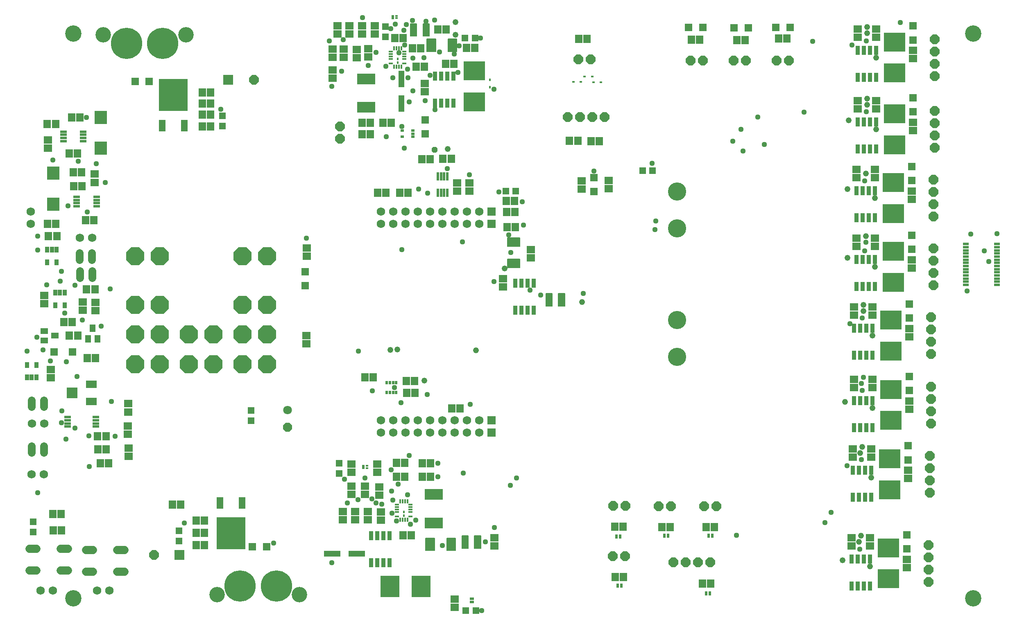
<source format=gts>
G75*
%MOIN*%
%OFA0B0*%
%FSLAX25Y25*%
%IPPOS*%
%LPD*%
%AMOC8*
5,1,8,0,0,1.08239X$1,22.5*
%
%ADD10C,0.13300*%
%ADD11OC8,0.07887*%
%ADD12R,0.06706X0.05918*%
%ADD13R,0.05918X0.06706*%
%ADD14R,0.04737X0.13398*%
%ADD15OC8,0.07100*%
%ADD16C,0.07100*%
%ADD17R,0.13398X0.04737*%
%ADD18R,0.14580X0.08674*%
%ADD19R,0.05524X0.05524*%
%ADD20R,0.03556X0.01784*%
%ADD21R,0.01784X0.03556*%
%ADD22R,0.01666X0.02375*%
%ADD23R,0.01666X0.02202*%
%ADD24R,0.06312X0.05918*%
%ADD25R,0.03359X0.07690*%
%ADD26R,0.17500X0.15800*%
%ADD27R,0.15800X0.17500*%
%ADD28R,0.01981X0.07099*%
%ADD29OC8,0.14918*%
%ADD30R,0.06800X0.06800*%
%ADD31C,0.06800*%
%ADD32R,0.05918X0.06312*%
%ADD33C,0.00500*%
%ADD34R,0.03162X0.01981*%
%ADD35R,0.02217X0.01784*%
%ADD36R,0.01784X0.02217*%
%ADD37C,0.14800*%
%ADD38R,0.02375X0.03556*%
%ADD39R,0.03556X0.02375*%
%ADD40R,0.23635X0.25997*%
%ADD41R,0.05524X0.09461*%
%ADD42R,0.07887X0.07887*%
%ADD43R,0.04737X0.01981*%
%ADD44R,0.02178X0.02769*%
%ADD45C,0.12600*%
%ADD46C,0.25469*%
%ADD47R,0.02375X0.01784*%
%ADD48C,0.06737*%
%ADD49R,0.04737X0.06312*%
%ADD50R,0.06312X0.04737*%
%ADD51R,0.06312X0.06312*%
%ADD52R,0.10249X0.11036*%
%ADD53C,0.06400*%
%ADD54R,0.03517X0.04698*%
%ADD55R,0.05524X0.02375*%
%ADD56R,0.05524X0.02178*%
%ADD57R,0.08674X0.05918*%
%ADD58R,0.08674X0.08674*%
%ADD59C,0.04762*%
%ADD60C,0.04369*%
%ADD61OC8,0.04762*%
D10*
X0233282Y0099674D03*
X0965682Y0099674D03*
X0965682Y0559674D03*
X0233282Y0559674D03*
D11*
X0380115Y0522174D03*
X0450182Y0484174D03*
X0450182Y0474174D03*
X0635586Y0491565D03*
X0645586Y0491565D03*
X0655586Y0491565D03*
X0665586Y0491565D03*
X0735682Y0537674D03*
X0745682Y0537674D03*
X0770682Y0537674D03*
X0780682Y0537674D03*
X0805682Y0537674D03*
X0815682Y0537674D03*
X0934182Y0535174D03*
X0934182Y0525174D03*
X0934182Y0545174D03*
X0934182Y0555174D03*
X0934182Y0496674D03*
X0934182Y0486674D03*
X0934182Y0476674D03*
X0934182Y0466674D03*
X0933182Y0440674D03*
X0933182Y0430674D03*
X0933182Y0420674D03*
X0933182Y0410674D03*
X0933182Y0384674D03*
X0933182Y0374674D03*
X0933182Y0364674D03*
X0933182Y0354674D03*
X0931182Y0328674D03*
X0931182Y0318674D03*
X0931182Y0308674D03*
X0931182Y0298674D03*
X0931182Y0272174D03*
X0931182Y0262174D03*
X0931182Y0252174D03*
X0931182Y0242174D03*
X0930182Y0215674D03*
X0930182Y0205674D03*
X0930182Y0195674D03*
X0930182Y0185674D03*
X0929182Y0143174D03*
X0929182Y0133174D03*
X0929182Y0123174D03*
X0929182Y0113174D03*
X0756682Y0174674D03*
X0746682Y0174674D03*
X0719682Y0174674D03*
X0709682Y0174674D03*
X0682682Y0175174D03*
X0672682Y0175174D03*
X0672182Y0134174D03*
X0682182Y0134174D03*
X0721682Y0129174D03*
X0731682Y0129174D03*
X0741682Y0129174D03*
X0751682Y0129174D03*
X0298749Y0135174D03*
X0644182Y0538674D03*
X0654182Y0538674D03*
D12*
X0519182Y0519020D03*
X0519182Y0512328D03*
X0473182Y0540828D03*
X0473182Y0547520D03*
X0463747Y0546835D03*
X0463747Y0540142D03*
X0453182Y0540328D03*
X0453182Y0547020D03*
X0444182Y0547020D03*
X0444182Y0540328D03*
X0444182Y0530020D03*
X0444182Y0523328D03*
X0448182Y0559328D03*
X0448182Y0566020D03*
X0457813Y0566020D03*
X0457813Y0559328D03*
X0468182Y0559328D03*
X0468182Y0566020D03*
X0478682Y0566020D03*
X0478682Y0559328D03*
X0545682Y0438020D03*
X0545682Y0431328D03*
X0555682Y0431328D03*
X0555682Y0438020D03*
X0605430Y0383863D03*
X0605430Y0377170D03*
X0582934Y0360178D03*
X0582934Y0353485D03*
X0647024Y0433080D03*
X0647024Y0439772D03*
X0668934Y0440178D03*
X0668934Y0433485D03*
X0870682Y0442328D03*
X0870682Y0449020D03*
X0885682Y0449020D03*
X0885682Y0442328D03*
X0915682Y0431520D03*
X0915682Y0424828D03*
X0885682Y0393020D03*
X0885682Y0386328D03*
X0870682Y0386328D03*
X0870682Y0393020D03*
X0915682Y0375520D03*
X0915682Y0368828D03*
X0883682Y0337020D03*
X0883682Y0330328D03*
X0868682Y0330328D03*
X0868682Y0337020D03*
X0913682Y0319520D03*
X0913682Y0312828D03*
X0883682Y0278020D03*
X0883682Y0271328D03*
X0868682Y0271328D03*
X0868682Y0278020D03*
X0913682Y0260520D03*
X0913682Y0253828D03*
X0882682Y0221520D03*
X0882682Y0214828D03*
X0867682Y0214828D03*
X0867682Y0221520D03*
X0912682Y0204020D03*
X0912682Y0197328D03*
X0881682Y0149020D03*
X0881682Y0142328D03*
X0866682Y0142328D03*
X0866682Y0149020D03*
X0911682Y0131520D03*
X0911682Y0124828D03*
X0575977Y0142394D03*
X0575977Y0149087D03*
X0543682Y0099020D03*
X0543682Y0092328D03*
X0483682Y0163465D03*
X0483682Y0170158D03*
X0473044Y0170292D03*
X0473044Y0163599D03*
X0462571Y0163599D03*
X0462571Y0170292D03*
X0452705Y0170292D03*
X0452705Y0163599D03*
X0482182Y0183828D03*
X0482182Y0190520D03*
X0470682Y0191020D03*
X0470682Y0184328D03*
X0459682Y0184328D03*
X0459682Y0191020D03*
X0459682Y0202328D03*
X0459682Y0209020D03*
X0480682Y0209020D03*
X0480682Y0202328D03*
X0422957Y0306898D03*
X0422957Y0313591D03*
X0423182Y0378328D03*
X0423182Y0385020D03*
X0251082Y0340720D03*
X0251082Y0334028D03*
X0240982Y0334428D03*
X0240982Y0341120D03*
X0209482Y0339828D03*
X0209482Y0346520D03*
X0214782Y0286120D03*
X0214782Y0279428D03*
X0277882Y0258220D03*
X0277882Y0251528D03*
X0277682Y0240120D03*
X0277682Y0233428D03*
X0278082Y0221920D03*
X0278082Y0215228D03*
X0250482Y0438528D03*
X0250482Y0445220D03*
X0212682Y0466228D03*
X0212682Y0472920D03*
X0871682Y0498328D03*
X0871682Y0505020D03*
X0886682Y0505020D03*
X0886682Y0498328D03*
X0916682Y0487520D03*
X0916682Y0480828D03*
X0916682Y0539328D03*
X0916682Y0546020D03*
X0886682Y0556828D03*
X0886682Y0563520D03*
X0871682Y0563520D03*
X0871682Y0556828D03*
D13*
X0814028Y0555674D03*
X0807335Y0555674D03*
X0780028Y0554374D03*
X0773335Y0554374D03*
X0743028Y0554674D03*
X0736335Y0554674D03*
X0651241Y0555312D03*
X0644548Y0555312D03*
X0560028Y0548174D03*
X0553335Y0548174D03*
X0542948Y0535043D03*
X0536255Y0535043D03*
X0519028Y0532674D03*
X0512335Y0532674D03*
X0509335Y0547674D03*
X0516028Y0547674D03*
X0501528Y0556174D03*
X0494835Y0556174D03*
X0529835Y0563174D03*
X0536528Y0563174D03*
X0492028Y0487174D03*
X0485335Y0487174D03*
X0475028Y0487174D03*
X0468335Y0487174D03*
X0468335Y0477674D03*
X0475028Y0477674D03*
X0516742Y0457501D03*
X0523435Y0457501D03*
X0534025Y0457732D03*
X0540718Y0457732D03*
X0505591Y0429945D03*
X0498898Y0429945D03*
X0487591Y0429945D03*
X0480898Y0429945D03*
X0585634Y0423501D03*
X0592327Y0423501D03*
X0592422Y0414312D03*
X0585729Y0414312D03*
X0586067Y0402154D03*
X0592760Y0402154D03*
X0637045Y0472354D03*
X0643738Y0472354D03*
X0654496Y0472172D03*
X0661189Y0472172D03*
X0345028Y0484174D03*
X0338335Y0484174D03*
X0338335Y0493674D03*
X0345028Y0493674D03*
X0345028Y0502674D03*
X0338335Y0502674D03*
X0338335Y0511674D03*
X0345028Y0511674D03*
X0238528Y0491474D03*
X0231835Y0491474D03*
X0218728Y0486074D03*
X0212035Y0486074D03*
X0229935Y0462174D03*
X0236628Y0462174D03*
X0239828Y0446874D03*
X0233135Y0446874D03*
X0233635Y0435374D03*
X0240328Y0435374D03*
X0243135Y0407874D03*
X0249828Y0407874D03*
X0218828Y0404674D03*
X0212135Y0404674D03*
X0213035Y0394674D03*
X0219728Y0394674D03*
X0244035Y0351374D03*
X0250728Y0351374D03*
X0232228Y0324874D03*
X0225535Y0324874D03*
X0230035Y0313774D03*
X0236728Y0313774D03*
X0244535Y0295474D03*
X0251228Y0295474D03*
X0253035Y0231874D03*
X0259728Y0231874D03*
X0259928Y0221174D03*
X0253235Y0221174D03*
X0255235Y0209674D03*
X0261928Y0209674D03*
X0313835Y0176174D03*
X0320528Y0176174D03*
X0333335Y0163174D03*
X0340028Y0163174D03*
X0340028Y0153174D03*
X0333335Y0153174D03*
X0333335Y0143174D03*
X0340028Y0143174D03*
X0223628Y0155174D03*
X0216935Y0155174D03*
X0216635Y0168274D03*
X0223328Y0168274D03*
X0470635Y0279774D03*
X0477328Y0279774D03*
X0504135Y0276874D03*
X0510828Y0276874D03*
X0511228Y0267174D03*
X0504535Y0267174D03*
X0541216Y0254216D03*
X0547909Y0254216D03*
X0524028Y0209674D03*
X0517335Y0209674D03*
X0517335Y0198674D03*
X0524028Y0198674D03*
X0503028Y0198674D03*
X0496335Y0198674D03*
X0496335Y0210174D03*
X0503028Y0210174D03*
X0501548Y0151068D03*
X0508241Y0151068D03*
X0673835Y0158174D03*
X0680528Y0158174D03*
X0712335Y0157674D03*
X0719028Y0157674D03*
X0748335Y0157674D03*
X0755028Y0157674D03*
X0681028Y0117174D03*
X0674335Y0117174D03*
X0745335Y0111674D03*
X0752028Y0111674D03*
D14*
X0500182Y0502635D03*
X0500182Y0522635D03*
D15*
X0407461Y0238965D03*
D16*
X0407461Y0252965D03*
D17*
X0443721Y0136174D03*
X0463721Y0136174D03*
D18*
X0526682Y0161060D03*
X0526682Y0184288D03*
X0471682Y0499560D03*
X0471682Y0522788D03*
D19*
X0487182Y0557040D03*
X0487182Y0565308D03*
X0552048Y0556174D03*
X0560316Y0556174D03*
X0696400Y0448131D03*
X0704667Y0448131D03*
X0593327Y0431509D03*
X0585060Y0431509D03*
X0354682Y0484540D03*
X0354682Y0492808D03*
X0378012Y0252556D03*
X0378012Y0244288D03*
X0449682Y0209808D03*
X0449682Y0201540D03*
X0319182Y0154808D03*
X0319182Y0146540D03*
X0200482Y0153740D03*
X0200482Y0162008D03*
X0552548Y0089674D03*
X0560816Y0089674D03*
D20*
X0507693Y0166253D03*
X0507693Y0170190D03*
X0507693Y0172158D03*
X0507693Y0174127D03*
X0507693Y0176095D03*
X0496670Y0176095D03*
X0496670Y0174127D03*
X0496670Y0172158D03*
X0496670Y0170190D03*
X0496670Y0166253D03*
X0491670Y0535253D03*
X0491670Y0539190D03*
X0491670Y0541158D03*
X0491670Y0543127D03*
X0491670Y0545095D03*
X0502693Y0545095D03*
X0502693Y0543127D03*
X0502693Y0541158D03*
X0502693Y0539190D03*
X0502693Y0535253D03*
D21*
X0500134Y0532694D03*
X0498166Y0532694D03*
X0496197Y0532694D03*
X0494229Y0532694D03*
X0494229Y0547654D03*
X0496197Y0547654D03*
X0498166Y0547654D03*
X0500134Y0547654D03*
X0499229Y0178654D03*
X0501197Y0178654D03*
X0503166Y0178654D03*
X0505134Y0178654D03*
X0505134Y0163694D03*
X0503166Y0163694D03*
X0501197Y0163694D03*
X0499229Y0163694D03*
D22*
X0502182Y0166942D03*
X0497182Y0535942D03*
D23*
X0497182Y0538973D03*
X0502182Y0169973D03*
D24*
X0421863Y0354406D03*
X0421863Y0365824D03*
X0519682Y0477965D03*
X0519682Y0489383D03*
X0656934Y0442540D03*
X0656934Y0431123D03*
X0915682Y0439965D03*
X0915682Y0451383D03*
X0916682Y0495965D03*
X0916682Y0507383D03*
X0916682Y0554465D03*
X0916682Y0565883D03*
X0915682Y0395383D03*
X0915682Y0383965D03*
X0913682Y0339383D03*
X0913682Y0327965D03*
X0913682Y0280383D03*
X0913682Y0268965D03*
X0912682Y0223883D03*
X0912682Y0212465D03*
X0911682Y0151383D03*
X0911682Y0139965D03*
D25*
X0881682Y0131698D03*
X0876682Y0131698D03*
X0871682Y0131698D03*
X0866682Y0131698D03*
X0866682Y0109650D03*
X0871682Y0109650D03*
X0876682Y0109650D03*
X0881682Y0109650D03*
X0882682Y0182150D03*
X0877682Y0182150D03*
X0872682Y0182150D03*
X0867682Y0182150D03*
X0867682Y0204198D03*
X0872682Y0204198D03*
X0877682Y0204198D03*
X0882682Y0204198D03*
X0883682Y0238650D03*
X0878682Y0238650D03*
X0873682Y0238650D03*
X0868682Y0238650D03*
X0868682Y0260698D03*
X0873682Y0260698D03*
X0878682Y0260698D03*
X0883682Y0260698D03*
X0883682Y0297650D03*
X0878682Y0297650D03*
X0873682Y0297650D03*
X0868682Y0297650D03*
X0868682Y0319698D03*
X0873682Y0319698D03*
X0878682Y0319698D03*
X0883682Y0319698D03*
X0885682Y0353650D03*
X0880682Y0353650D03*
X0875682Y0353650D03*
X0870682Y0353650D03*
X0870682Y0375698D03*
X0875682Y0375698D03*
X0880682Y0375698D03*
X0885682Y0375698D03*
X0885682Y0409650D03*
X0880682Y0409650D03*
X0875682Y0409650D03*
X0870682Y0409650D03*
X0870682Y0431698D03*
X0875682Y0431698D03*
X0880682Y0431698D03*
X0885682Y0431698D03*
X0886682Y0465650D03*
X0881682Y0465650D03*
X0876682Y0465650D03*
X0871682Y0465650D03*
X0871682Y0487698D03*
X0876682Y0487698D03*
X0881682Y0487698D03*
X0886682Y0487698D03*
X0886682Y0524150D03*
X0881682Y0524150D03*
X0876682Y0524150D03*
X0871682Y0524150D03*
X0871682Y0546198D03*
X0876682Y0546198D03*
X0881682Y0546198D03*
X0886682Y0546198D03*
X0608024Y0356450D03*
X0603024Y0356450D03*
X0598024Y0356450D03*
X0593024Y0356450D03*
X0593024Y0334402D03*
X0598024Y0334402D03*
X0603024Y0334402D03*
X0608024Y0334402D03*
X0542682Y0503150D03*
X0537682Y0503150D03*
X0532682Y0503150D03*
X0527682Y0503150D03*
X0527682Y0525198D03*
X0532682Y0525198D03*
X0537682Y0525198D03*
X0542682Y0525198D03*
X0490682Y0150698D03*
X0485682Y0150698D03*
X0480682Y0150698D03*
X0475682Y0150698D03*
X0475682Y0128650D03*
X0480682Y0128650D03*
X0485682Y0128650D03*
X0490682Y0128650D03*
D26*
X0896682Y0140724D03*
X0896682Y0115624D03*
X0897682Y0188124D03*
X0897682Y0213224D03*
X0898682Y0244624D03*
X0898682Y0269724D03*
X0898682Y0301124D03*
X0898682Y0326224D03*
X0900682Y0357124D03*
X0900682Y0382224D03*
X0900682Y0413124D03*
X0900682Y0438224D03*
X0901682Y0469124D03*
X0901682Y0494224D03*
X0901682Y0527624D03*
X0901682Y0552724D03*
X0559682Y0529224D03*
X0559682Y0504124D03*
D27*
X0516125Y0109217D03*
X0491025Y0109217D03*
D28*
X0530020Y0429981D03*
X0532520Y0429981D03*
X0535020Y0429981D03*
X0537520Y0429981D03*
X0537520Y0443367D03*
X0535020Y0443367D03*
X0532520Y0443367D03*
X0530020Y0443367D03*
D29*
X0390882Y0378375D03*
X0370882Y0378375D03*
X0303481Y0378375D03*
X0283481Y0378375D03*
X0283481Y0338690D03*
X0303481Y0338690D03*
X0303481Y0314674D03*
X0283481Y0314674D03*
X0283481Y0290383D03*
X0303481Y0290383D03*
X0327182Y0290383D03*
X0347182Y0290383D03*
X0370882Y0290383D03*
X0390882Y0290383D03*
X0390882Y0314674D03*
X0370882Y0314674D03*
X0347182Y0314674D03*
X0327182Y0314674D03*
X0370882Y0338690D03*
X0390882Y0338690D03*
D30*
X0573682Y0404674D03*
X0573682Y0414674D03*
X0573682Y0244674D03*
X0573682Y0234674D03*
D31*
X0206682Y0106174D03*
X0216682Y0106174D03*
X0252682Y0106174D03*
X0262682Y0106174D03*
X0209182Y0200674D03*
X0199182Y0200674D03*
X0199682Y0242074D03*
X0209682Y0242074D03*
X0238682Y0393274D03*
X0248682Y0393274D03*
X0198682Y0404674D03*
X0198682Y0414674D03*
X0483682Y0414674D03*
X0493682Y0414674D03*
X0503682Y0414674D03*
X0513682Y0414674D03*
X0523682Y0414674D03*
X0533682Y0414674D03*
X0543682Y0414674D03*
X0553682Y0414674D03*
X0563682Y0414674D03*
X0563682Y0404674D03*
X0553682Y0404674D03*
X0543682Y0404674D03*
X0533682Y0404674D03*
X0523682Y0404674D03*
X0513682Y0404674D03*
X0503682Y0404674D03*
X0493682Y0404674D03*
X0483682Y0404674D03*
X0483682Y0244674D03*
X0493682Y0244674D03*
X0503682Y0244674D03*
X0513682Y0244674D03*
X0523682Y0244674D03*
X0533682Y0244674D03*
X0543682Y0244674D03*
X0553682Y0244674D03*
X0563682Y0244674D03*
X0563682Y0234674D03*
X0553682Y0234674D03*
X0543682Y0234674D03*
X0533682Y0234674D03*
X0523682Y0234674D03*
X0513682Y0234674D03*
X0503682Y0234674D03*
X0493682Y0234674D03*
X0483682Y0234674D03*
D32*
X0390390Y0141674D03*
X0378973Y0141674D03*
X0294890Y0520674D03*
X0283473Y0520674D03*
X0733973Y0564674D03*
X0745390Y0564674D03*
X0770973Y0564374D03*
X0782390Y0564374D03*
X0804973Y0564674D03*
X0816390Y0564674D03*
D33*
X0545337Y0555292D02*
X0545337Y0545056D01*
X0538300Y0545056D01*
X0538300Y0555292D01*
X0545337Y0555292D01*
X0545337Y0555053D02*
X0538300Y0555053D01*
X0538300Y0554555D02*
X0545337Y0554555D01*
X0545337Y0554056D02*
X0538300Y0554056D01*
X0538300Y0553558D02*
X0545337Y0553558D01*
X0545337Y0553059D02*
X0538300Y0553059D01*
X0538300Y0552560D02*
X0545337Y0552560D01*
X0545337Y0552062D02*
X0538300Y0552062D01*
X0538300Y0551563D02*
X0545337Y0551563D01*
X0545337Y0551065D02*
X0538300Y0551065D01*
X0538300Y0550566D02*
X0545337Y0550566D01*
X0545337Y0550068D02*
X0538300Y0550068D01*
X0538300Y0549569D02*
X0545337Y0549569D01*
X0545337Y0549071D02*
X0538300Y0549071D01*
X0538300Y0548572D02*
X0545337Y0548572D01*
X0545337Y0548074D02*
X0538300Y0548074D01*
X0538300Y0547575D02*
X0545337Y0547575D01*
X0545337Y0547077D02*
X0538300Y0547077D01*
X0538300Y0546578D02*
X0545337Y0546578D01*
X0545337Y0546080D02*
X0538300Y0546080D01*
X0538300Y0545581D02*
X0545337Y0545581D01*
X0545337Y0545083D02*
X0538300Y0545083D01*
X0528064Y0545083D02*
X0521026Y0545083D01*
X0521026Y0545056D02*
X0521026Y0555292D01*
X0528064Y0555292D01*
X0528064Y0545056D01*
X0521026Y0545056D01*
X0521026Y0545581D02*
X0528064Y0545581D01*
X0528064Y0546080D02*
X0521026Y0546080D01*
X0521026Y0546578D02*
X0528064Y0546578D01*
X0528064Y0547077D02*
X0521026Y0547077D01*
X0521026Y0547575D02*
X0528064Y0547575D01*
X0528064Y0548074D02*
X0521026Y0548074D01*
X0521026Y0548572D02*
X0528064Y0548572D01*
X0528064Y0549071D02*
X0521026Y0549071D01*
X0521026Y0549569D02*
X0528064Y0549569D01*
X0528064Y0550068D02*
X0521026Y0550068D01*
X0521026Y0550566D02*
X0528064Y0550566D01*
X0528064Y0551065D02*
X0521026Y0551065D01*
X0521026Y0551563D02*
X0528064Y0551563D01*
X0528064Y0552062D02*
X0521026Y0552062D01*
X0521026Y0552560D02*
X0528064Y0552560D01*
X0528064Y0553059D02*
X0521026Y0553059D01*
X0521026Y0553558D02*
X0528064Y0553558D01*
X0528064Y0554056D02*
X0521026Y0554056D01*
X0521026Y0554555D02*
X0528064Y0554555D01*
X0528064Y0555053D02*
X0521026Y0555053D01*
X0522859Y0557556D02*
X0517741Y0557556D01*
X0517741Y0567792D01*
X0522859Y0567792D01*
X0522859Y0557556D01*
X0522859Y0558044D02*
X0517741Y0558044D01*
X0517741Y0558543D02*
X0522859Y0558543D01*
X0522859Y0559041D02*
X0517741Y0559041D01*
X0517741Y0559540D02*
X0522859Y0559540D01*
X0522859Y0560038D02*
X0517741Y0560038D01*
X0517741Y0560537D02*
X0522859Y0560537D01*
X0522859Y0561035D02*
X0517741Y0561035D01*
X0517741Y0561534D02*
X0522859Y0561534D01*
X0522859Y0562032D02*
X0517741Y0562032D01*
X0517741Y0562531D02*
X0522859Y0562531D01*
X0522859Y0563029D02*
X0517741Y0563029D01*
X0517741Y0563528D02*
X0522859Y0563528D01*
X0522859Y0564026D02*
X0517741Y0564026D01*
X0517741Y0564525D02*
X0522859Y0564525D01*
X0522859Y0565023D02*
X0517741Y0565023D01*
X0517741Y0565522D02*
X0522859Y0565522D01*
X0522859Y0566020D02*
X0517741Y0566020D01*
X0517741Y0566519D02*
X0522859Y0566519D01*
X0522859Y0567017D02*
X0517741Y0567017D01*
X0517741Y0567516D02*
X0522859Y0567516D01*
X0512623Y0567516D02*
X0507504Y0567516D01*
X0507504Y0567792D02*
X0512623Y0567792D01*
X0512623Y0557556D01*
X0507504Y0557556D01*
X0507504Y0567792D01*
X0507504Y0567017D02*
X0512623Y0567017D01*
X0512623Y0566519D02*
X0507504Y0566519D01*
X0507504Y0566020D02*
X0512623Y0566020D01*
X0512623Y0565522D02*
X0507504Y0565522D01*
X0507504Y0565023D02*
X0512623Y0565023D01*
X0512623Y0564525D02*
X0507504Y0564525D01*
X0507504Y0564026D02*
X0512623Y0564026D01*
X0512623Y0563528D02*
X0507504Y0563528D01*
X0507504Y0563029D02*
X0512623Y0563029D01*
X0512623Y0562531D02*
X0507504Y0562531D01*
X0507504Y0562032D02*
X0512623Y0562032D01*
X0512623Y0561534D02*
X0507504Y0561534D01*
X0507504Y0561035D02*
X0512623Y0561035D01*
X0512623Y0560537D02*
X0507504Y0560537D01*
X0507504Y0560038D02*
X0512623Y0560038D01*
X0512623Y0559540D02*
X0507504Y0559540D01*
X0507504Y0559041D02*
X0512623Y0559041D01*
X0512623Y0558543D02*
X0507504Y0558543D01*
X0507504Y0558044D02*
X0512623Y0558044D01*
X0586418Y0393377D02*
X0586418Y0386339D01*
X0596654Y0386339D01*
X0596654Y0393377D01*
X0586418Y0393377D01*
X0586418Y0393037D02*
X0596654Y0393037D01*
X0596654Y0392538D02*
X0586418Y0392538D01*
X0586418Y0392040D02*
X0596654Y0392040D01*
X0596654Y0391541D02*
X0586418Y0391541D01*
X0586418Y0391043D02*
X0596654Y0391043D01*
X0596654Y0390544D02*
X0586418Y0390544D01*
X0586418Y0390046D02*
X0596654Y0390046D01*
X0596654Y0389547D02*
X0586418Y0389547D01*
X0586418Y0389049D02*
X0596654Y0389049D01*
X0596654Y0388550D02*
X0586418Y0388550D01*
X0586418Y0388052D02*
X0596654Y0388052D01*
X0596654Y0387553D02*
X0586418Y0387553D01*
X0586418Y0387055D02*
X0596654Y0387055D01*
X0596654Y0386556D02*
X0586418Y0386556D01*
X0586418Y0376103D02*
X0586418Y0369066D01*
X0596654Y0369066D01*
X0596654Y0376103D01*
X0586418Y0376103D01*
X0586418Y0376087D02*
X0596654Y0376087D01*
X0596654Y0375589D02*
X0586418Y0375589D01*
X0586418Y0375090D02*
X0596654Y0375090D01*
X0596654Y0374592D02*
X0586418Y0374592D01*
X0586418Y0374093D02*
X0596654Y0374093D01*
X0596654Y0373595D02*
X0586418Y0373595D01*
X0586418Y0373096D02*
X0596654Y0373096D01*
X0596654Y0372598D02*
X0586418Y0372598D01*
X0586418Y0372099D02*
X0596654Y0372099D01*
X0596654Y0371601D02*
X0586418Y0371601D01*
X0586418Y0371102D02*
X0596654Y0371102D01*
X0596654Y0370604D02*
X0586418Y0370604D01*
X0586418Y0370105D02*
X0596654Y0370105D01*
X0596654Y0369607D02*
X0586418Y0369607D01*
X0586418Y0369108D02*
X0596654Y0369108D01*
X0617756Y0347950D02*
X0622875Y0347950D01*
X0622875Y0337713D01*
X0617756Y0337713D01*
X0617756Y0347950D01*
X0617756Y0347672D02*
X0622875Y0347672D01*
X0622875Y0347174D02*
X0617756Y0347174D01*
X0617756Y0346675D02*
X0622875Y0346675D01*
X0622875Y0346177D02*
X0617756Y0346177D01*
X0617756Y0345678D02*
X0622875Y0345678D01*
X0622875Y0345180D02*
X0617756Y0345180D01*
X0617756Y0344681D02*
X0622875Y0344681D01*
X0622875Y0344183D02*
X0617756Y0344183D01*
X0617756Y0343684D02*
X0622875Y0343684D01*
X0622875Y0343186D02*
X0617756Y0343186D01*
X0617756Y0342687D02*
X0622875Y0342687D01*
X0622875Y0342189D02*
X0617756Y0342189D01*
X0617756Y0341690D02*
X0622875Y0341690D01*
X0622875Y0341192D02*
X0617756Y0341192D01*
X0617756Y0340693D02*
X0622875Y0340693D01*
X0622875Y0340195D02*
X0617756Y0340195D01*
X0617756Y0339696D02*
X0622875Y0339696D01*
X0622875Y0339198D02*
X0617756Y0339198D01*
X0617756Y0338699D02*
X0622875Y0338699D01*
X0622875Y0338201D02*
X0617756Y0338201D01*
X0627993Y0338201D02*
X0633111Y0338201D01*
X0633111Y0337713D02*
X0627993Y0337713D01*
X0627993Y0347950D01*
X0633111Y0347950D01*
X0633111Y0337713D01*
X0633111Y0338699D02*
X0627993Y0338699D01*
X0627993Y0339198D02*
X0633111Y0339198D01*
X0633111Y0339696D02*
X0627993Y0339696D01*
X0627993Y0340195D02*
X0633111Y0340195D01*
X0633111Y0340693D02*
X0627993Y0340693D01*
X0627993Y0341192D02*
X0633111Y0341192D01*
X0633111Y0341690D02*
X0627993Y0341690D01*
X0627993Y0342189D02*
X0633111Y0342189D01*
X0633111Y0342687D02*
X0627993Y0342687D01*
X0627993Y0343186D02*
X0633111Y0343186D01*
X0633111Y0343684D02*
X0627993Y0343684D01*
X0627993Y0344183D02*
X0633111Y0344183D01*
X0633111Y0344681D02*
X0627993Y0344681D01*
X0627993Y0345180D02*
X0633111Y0345180D01*
X0633111Y0345678D02*
X0627993Y0345678D01*
X0627993Y0346177D02*
X0633111Y0346177D01*
X0633111Y0346675D02*
X0627993Y0346675D01*
X0627993Y0347174D02*
X0633111Y0347174D01*
X0633111Y0347672D02*
X0627993Y0347672D01*
X0564749Y0150674D02*
X0564749Y0140438D01*
X0559630Y0140438D01*
X0559630Y0150674D01*
X0564749Y0150674D01*
X0564749Y0150262D02*
X0559630Y0150262D01*
X0559630Y0149763D02*
X0564749Y0149763D01*
X0564749Y0149265D02*
X0559630Y0149265D01*
X0559630Y0148766D02*
X0564749Y0148766D01*
X0564749Y0148268D02*
X0559630Y0148268D01*
X0559630Y0147769D02*
X0564749Y0147769D01*
X0564749Y0147271D02*
X0559630Y0147271D01*
X0559630Y0146772D02*
X0564749Y0146772D01*
X0564749Y0146274D02*
X0559630Y0146274D01*
X0559630Y0145775D02*
X0564749Y0145775D01*
X0564749Y0145277D02*
X0559630Y0145277D01*
X0559630Y0144778D02*
X0564749Y0144778D01*
X0564749Y0144280D02*
X0559630Y0144280D01*
X0559630Y0143781D02*
X0564749Y0143781D01*
X0564749Y0143283D02*
X0559630Y0143283D01*
X0559630Y0142784D02*
X0564749Y0142784D01*
X0564749Y0142286D02*
X0559630Y0142286D01*
X0559630Y0141787D02*
X0564749Y0141787D01*
X0564749Y0141289D02*
X0559630Y0141289D01*
X0559630Y0140790D02*
X0564749Y0140790D01*
X0554512Y0140790D02*
X0549394Y0140790D01*
X0549394Y0140438D02*
X0554512Y0140438D01*
X0554512Y0150674D01*
X0549394Y0150674D01*
X0549394Y0140438D01*
X0549394Y0141289D02*
X0554512Y0141289D01*
X0554512Y0141787D02*
X0549394Y0141787D01*
X0549394Y0142286D02*
X0554512Y0142286D01*
X0554512Y0142784D02*
X0549394Y0142784D01*
X0549394Y0143283D02*
X0554512Y0143283D01*
X0554512Y0143781D02*
X0549394Y0143781D01*
X0549394Y0144280D02*
X0554512Y0144280D01*
X0554512Y0144778D02*
X0549394Y0144778D01*
X0549394Y0145277D02*
X0554512Y0145277D01*
X0554512Y0145775D02*
X0549394Y0145775D01*
X0549394Y0146274D02*
X0554512Y0146274D01*
X0554512Y0146772D02*
X0549394Y0146772D01*
X0549394Y0147271D02*
X0554512Y0147271D01*
X0554512Y0147769D02*
X0549394Y0147769D01*
X0549394Y0148268D02*
X0554512Y0148268D01*
X0554512Y0148766D02*
X0549394Y0148766D01*
X0549394Y0149265D02*
X0554512Y0149265D01*
X0554512Y0149763D02*
X0549394Y0149763D01*
X0549394Y0150262D02*
X0554512Y0150262D01*
X0544337Y0148792D02*
X0537300Y0148792D01*
X0537300Y0138556D01*
X0544337Y0138556D01*
X0544337Y0148792D01*
X0544337Y0148766D02*
X0537300Y0148766D01*
X0537300Y0148268D02*
X0544337Y0148268D01*
X0544337Y0147769D02*
X0537300Y0147769D01*
X0537300Y0147271D02*
X0544337Y0147271D01*
X0544337Y0146772D02*
X0537300Y0146772D01*
X0537300Y0146274D02*
X0544337Y0146274D01*
X0544337Y0145775D02*
X0537300Y0145775D01*
X0537300Y0145277D02*
X0544337Y0145277D01*
X0544337Y0144778D02*
X0537300Y0144778D01*
X0537300Y0144280D02*
X0544337Y0144280D01*
X0544337Y0143781D02*
X0537300Y0143781D01*
X0537300Y0143283D02*
X0544337Y0143283D01*
X0544337Y0142784D02*
X0537300Y0142784D01*
X0537300Y0142286D02*
X0544337Y0142286D01*
X0544337Y0141787D02*
X0537300Y0141787D01*
X0537300Y0141289D02*
X0544337Y0141289D01*
X0544337Y0140790D02*
X0537300Y0140790D01*
X0537300Y0140292D02*
X0544337Y0140292D01*
X0544337Y0139793D02*
X0537300Y0139793D01*
X0537300Y0139295D02*
X0544337Y0139295D01*
X0544337Y0138796D02*
X0537300Y0138796D01*
X0527064Y0138796D02*
X0520026Y0138796D01*
X0520026Y0138556D02*
X0520026Y0148792D01*
X0527064Y0148792D01*
X0527064Y0138556D01*
X0520026Y0138556D01*
X0520026Y0139295D02*
X0527064Y0139295D01*
X0527064Y0139793D02*
X0520026Y0139793D01*
X0520026Y0140292D02*
X0527064Y0140292D01*
X0527064Y0140790D02*
X0520026Y0140790D01*
X0520026Y0141289D02*
X0527064Y0141289D01*
X0527064Y0141787D02*
X0520026Y0141787D01*
X0520026Y0142286D02*
X0527064Y0142286D01*
X0527064Y0142784D02*
X0520026Y0142784D01*
X0520026Y0143283D02*
X0527064Y0143283D01*
X0527064Y0143781D02*
X0520026Y0143781D01*
X0520026Y0144280D02*
X0527064Y0144280D01*
X0527064Y0144778D02*
X0520026Y0144778D01*
X0520026Y0145277D02*
X0527064Y0145277D01*
X0527064Y0145775D02*
X0520026Y0145775D01*
X0520026Y0146274D02*
X0527064Y0146274D01*
X0527064Y0146772D02*
X0520026Y0146772D01*
X0520026Y0147271D02*
X0527064Y0147271D01*
X0527064Y0147769D02*
X0520026Y0147769D01*
X0520026Y0148268D02*
X0527064Y0148268D01*
X0527064Y0148766D02*
X0520026Y0148766D01*
D34*
X0509611Y0475615D03*
X0509611Y0478174D03*
X0509611Y0480733D03*
X0500753Y0480733D03*
X0500753Y0475733D03*
D35*
X0640115Y0520398D03*
X0646256Y0520398D03*
X0649335Y0524855D03*
X0655477Y0524855D03*
X0656445Y0520099D03*
X0662587Y0520099D03*
D36*
X0572201Y0522028D03*
X0572201Y0515887D03*
D37*
X0724682Y0431024D03*
X0724682Y0401024D03*
X0724682Y0326324D03*
X0724682Y0296324D03*
D38*
X0717060Y0150674D03*
X0714304Y0150674D03*
X0750304Y0150674D03*
X0753060Y0150674D03*
X0678060Y0150174D03*
X0675304Y0150174D03*
X0676304Y0110174D03*
X0679060Y0110174D03*
X0748304Y0103674D03*
X0751060Y0103674D03*
X0469304Y0206674D03*
X0493304Y0573174D03*
D39*
X0557569Y0099533D03*
X0557569Y0096777D03*
D40*
X0361682Y0152674D03*
X0314682Y0509674D03*
D41*
X0323658Y0484871D03*
X0305705Y0484871D03*
X0352705Y0177477D03*
X0370658Y0177477D03*
D42*
X0319615Y0135174D03*
X0359249Y0522174D03*
D43*
X0959583Y0388308D03*
X0959583Y0385749D03*
X0959583Y0383190D03*
X0959583Y0380631D03*
X0959583Y0378072D03*
X0959583Y0375513D03*
X0959583Y0372954D03*
X0959583Y0370394D03*
X0959583Y0367835D03*
X0959583Y0365276D03*
X0959583Y0362717D03*
X0959583Y0360158D03*
X0959583Y0357599D03*
X0959583Y0355040D03*
X0984780Y0355040D03*
X0984780Y0357599D03*
X0984780Y0360158D03*
X0984780Y0362717D03*
X0984780Y0365276D03*
X0984780Y0367835D03*
X0984780Y0370394D03*
X0984780Y0372954D03*
X0984780Y0375513D03*
X0984780Y0378072D03*
X0984780Y0380631D03*
X0984780Y0383190D03*
X0984780Y0385749D03*
X0984780Y0388308D03*
D44*
X0496020Y0275309D03*
X0493461Y0275309D03*
X0490902Y0275309D03*
X0488343Y0275309D03*
X0488343Y0267239D03*
X0490902Y0267239D03*
X0493461Y0267239D03*
X0496020Y0267239D03*
D45*
X0417282Y0102574D03*
X0350082Y0102574D03*
X0324782Y0558774D03*
X0257582Y0558774D03*
D46*
X0276432Y0551674D03*
X0305932Y0551674D03*
X0368932Y0109674D03*
X0398432Y0109674D03*
D47*
X0472060Y0205788D03*
X0472060Y0207560D03*
X0496060Y0572288D03*
X0496060Y0574060D03*
D48*
X0274945Y0139032D02*
X0269008Y0139032D01*
X0249355Y0139032D02*
X0243418Y0139032D01*
X0228945Y0140032D02*
X0223008Y0140032D01*
X0203355Y0140032D02*
X0197418Y0140032D01*
X0197418Y0122316D02*
X0203355Y0122316D01*
X0223008Y0122316D02*
X0228945Y0122316D01*
X0243418Y0121316D02*
X0249355Y0121316D01*
X0269008Y0121316D02*
X0274945Y0121316D01*
D49*
X0252722Y0311143D03*
X0245241Y0311143D03*
X0248982Y0319805D03*
D50*
X0218112Y0313574D03*
X0209451Y0309834D03*
X0209451Y0317314D03*
D51*
X0217701Y0300374D03*
X0232662Y0300374D03*
D52*
X0216982Y0420776D03*
X0216982Y0445972D03*
X0255682Y0466276D03*
X0255682Y0491472D03*
D53*
X0248382Y0380974D02*
X0248382Y0375374D01*
X0238382Y0375374D02*
X0238382Y0380974D01*
X0238582Y0366374D02*
X0238582Y0360774D01*
X0248582Y0360774D02*
X0248582Y0366374D01*
X0209382Y0261174D02*
X0209382Y0255574D01*
X0199382Y0255574D02*
X0199382Y0261174D01*
X0199082Y0223874D02*
X0199082Y0218274D01*
X0209082Y0218274D02*
X0209082Y0223874D01*
D54*
X0203122Y0279595D03*
X0199382Y0279595D03*
X0195641Y0279595D03*
X0195641Y0289792D03*
X0203122Y0289792D03*
X0218641Y0338356D03*
X0226122Y0338356D03*
X0226122Y0348553D03*
X0222382Y0348553D03*
X0218641Y0348553D03*
X0219522Y0373356D03*
X0212041Y0373356D03*
X0212041Y0383553D03*
X0215782Y0383553D03*
X0219522Y0383553D03*
D55*
X0235911Y0419035D03*
X0235911Y0421594D03*
X0235911Y0424154D03*
X0235911Y0426713D03*
X0252053Y0426713D03*
X0252053Y0424154D03*
X0252053Y0421594D03*
X0252053Y0419035D03*
X0241353Y0472135D03*
X0241353Y0474694D03*
X0241353Y0477254D03*
X0241353Y0479813D03*
X0225211Y0479813D03*
X0225211Y0477254D03*
X0225211Y0474694D03*
X0225211Y0472135D03*
D56*
X0228666Y0247313D03*
X0228666Y0244754D03*
X0228666Y0242194D03*
X0228666Y0239635D03*
X0251697Y0239635D03*
X0251697Y0242194D03*
X0251697Y0244754D03*
X0251697Y0247313D03*
D57*
X0247856Y0259987D03*
X0247856Y0274161D03*
D58*
X0232108Y0267074D03*
D59*
X0491082Y0302074D03*
X0496782Y0302374D03*
X0518982Y0277174D03*
X0560982Y0301774D03*
X0647232Y0340924D03*
X0584082Y0368374D03*
X0537882Y0465574D03*
X0544182Y0558574D03*
X0544182Y0569074D03*
X0864182Y0489174D03*
X0879182Y0501674D03*
X0879182Y0506674D03*
X0886682Y0481674D03*
X0878182Y0445674D03*
X0863182Y0433174D03*
X0885682Y0425674D03*
X0878182Y0394674D03*
X0863182Y0377174D03*
X0885682Y0369674D03*
X0876182Y0338674D03*
X0876182Y0333674D03*
X0883682Y0313674D03*
X0861182Y0259674D03*
X0883682Y0254674D03*
X0875182Y0223174D03*
X0873416Y0218174D03*
X0882682Y0198174D03*
X0874182Y0150674D03*
X0872416Y0145674D03*
X0859182Y0130674D03*
X0881682Y0125674D03*
X0886682Y0540174D03*
X0879182Y0560174D03*
X0879182Y0565174D03*
D60*
X0878682Y0553674D03*
X0866982Y0550474D03*
X0834882Y0553474D03*
X0906282Y0568774D03*
X0878682Y0496174D03*
X0827982Y0495574D03*
X0790182Y0491674D03*
X0776682Y0481774D03*
X0769782Y0472174D03*
X0778182Y0464074D03*
X0795582Y0469474D03*
X0877182Y0439674D03*
X0878182Y0389674D03*
X0877182Y0382674D03*
X0963582Y0396274D03*
X0974682Y0382774D03*
X0978182Y0374174D03*
X0960682Y0350174D03*
X0984897Y0396874D03*
X0875182Y0328174D03*
X0865182Y0323374D03*
X0876182Y0279674D03*
X0874416Y0274674D03*
X0875182Y0269174D03*
X0874682Y0212674D03*
X0862782Y0207574D03*
X0849882Y0169774D03*
X0844782Y0161374D03*
X0873182Y0139674D03*
X0772782Y0151174D03*
X0593982Y0197674D03*
X0588882Y0191674D03*
X0550482Y0201574D03*
X0529934Y0198572D03*
X0529934Y0209595D03*
X0506705Y0215894D03*
X0491745Y0204477D03*
X0497682Y0192874D03*
X0492282Y0187174D03*
X0493319Y0179674D03*
X0484280Y0176509D03*
X0479682Y0177274D03*
X0476382Y0180574D03*
X0464973Y0180068D03*
X0456312Y0177312D03*
X0454024Y0196678D03*
X0470485Y0197784D03*
X0505182Y0184174D03*
X0492532Y0169044D03*
X0496182Y0162874D03*
X0507582Y0160174D03*
X0511823Y0163532D03*
X0533682Y0142674D03*
X0568682Y0145674D03*
X0575982Y0157474D03*
X0565482Y0089674D03*
X0443682Y0128674D03*
X0396282Y0144874D03*
X0323682Y0161174D03*
X0246282Y0206974D03*
X0227382Y0229474D03*
X0245982Y0232174D03*
X0234582Y0238474D03*
X0223482Y0242674D03*
X0223782Y0252274D03*
X0264282Y0260074D03*
X0236382Y0280474D03*
X0227682Y0292474D03*
X0214482Y0293074D03*
X0208482Y0302074D03*
X0203682Y0312274D03*
X0195582Y0301174D03*
X0226122Y0332074D03*
X0240582Y0326374D03*
X0255882Y0321274D03*
X0263082Y0351574D03*
X0234582Y0354574D03*
X0222582Y0358174D03*
X0223482Y0365974D03*
X0211482Y0355174D03*
X0204282Y0383374D03*
X0204282Y0394774D03*
X0244482Y0414274D03*
X0228882Y0419374D03*
X0259182Y0438274D03*
X0251982Y0453874D03*
X0237282Y0455674D03*
X0216582Y0456574D03*
X0243882Y0491374D03*
X0353182Y0498174D03*
X0443682Y0516674D03*
X0451682Y0529174D03*
X0473182Y0533674D03*
X0479682Y0544243D03*
X0487682Y0533174D03*
X0498282Y0544174D03*
X0502911Y0550403D03*
X0509682Y0539674D03*
X0518432Y0539924D03*
X0531282Y0544774D03*
X0543282Y0542974D03*
X0547182Y0549674D03*
X0564682Y0556174D03*
X0527382Y0570574D03*
X0520182Y0569674D03*
X0509082Y0570274D03*
X0504282Y0566974D03*
X0502375Y0562351D03*
X0495288Y0567469D03*
X0491682Y0563674D03*
X0468682Y0572674D03*
X0452758Y0554751D03*
X0441682Y0553674D03*
X0493182Y0523674D03*
X0505682Y0523674D03*
X0505182Y0530674D03*
X0509682Y0513174D03*
X0506682Y0504174D03*
X0519682Y0505174D03*
X0527682Y0497674D03*
X0500682Y0484174D03*
X0487782Y0475733D03*
X0502482Y0466474D03*
X0537536Y0449801D03*
X0555670Y0444680D03*
X0579682Y0430674D03*
X0598682Y0422674D03*
X0599682Y0403674D03*
X0587682Y0395674D03*
X0589182Y0381274D03*
X0575682Y0357674D03*
X0604808Y0350547D03*
X0613682Y0346674D03*
X0648132Y0348124D03*
X0706482Y0400174D03*
X0707082Y0407074D03*
X0656982Y0447874D03*
X0704082Y0454174D03*
X0575603Y0514320D03*
X0546182Y0528174D03*
X0523482Y0525874D03*
X0514182Y0433174D03*
X0521682Y0429674D03*
X0549882Y0389883D03*
X0500682Y0383674D03*
X0422847Y0393060D03*
X0465282Y0301174D03*
X0476682Y0268774D03*
X0494682Y0271474D03*
X0499782Y0259174D03*
X0521382Y0265774D03*
X0556182Y0257674D03*
X0267282Y0231874D03*
X0204282Y0185674D03*
D61*
X0527382Y0464974D03*
M02*

</source>
